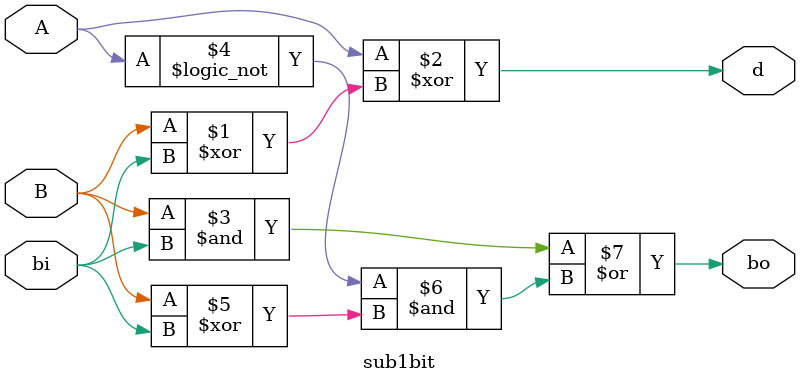
<source format=v>
`timescale 1ns / 1ps

module sub1bit(A, B, bi, d, bo);
input A, B, bi;
output d, bo;
assign d = A^(B^bi);
assign bo = B&bi | !A&(B^bi);
endmodule
</source>
